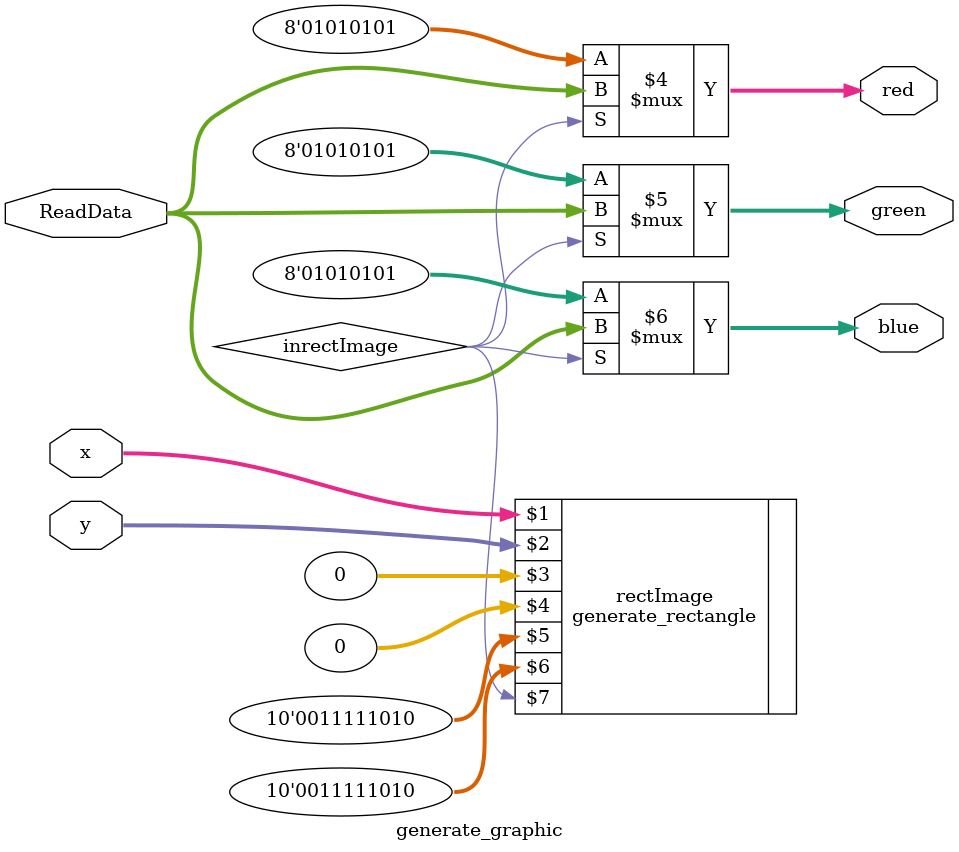
<source format=sv>
module generate_graphic (
  input logic [9:0] x, y,
  input logic [7:0] ReadData,
  output logic [7:0] red, green, blue
);

  logic inrectBGLeft;
  logic inrectBGRight;
  logic inrectImage;
	 
  
  generate_rectangle rectImage(x, y, 0, 0, 10'd250, 10'd250, inrectImage);
  
  always_comb begin
    red   = (inrectImage ? ReadData : 8'b01010101);
    green = (inrectImage ? ReadData : 8'b01010101);
    blue  = (inrectImage ? ReadData : 8'b01010101);
  end

endmodule
</source>
